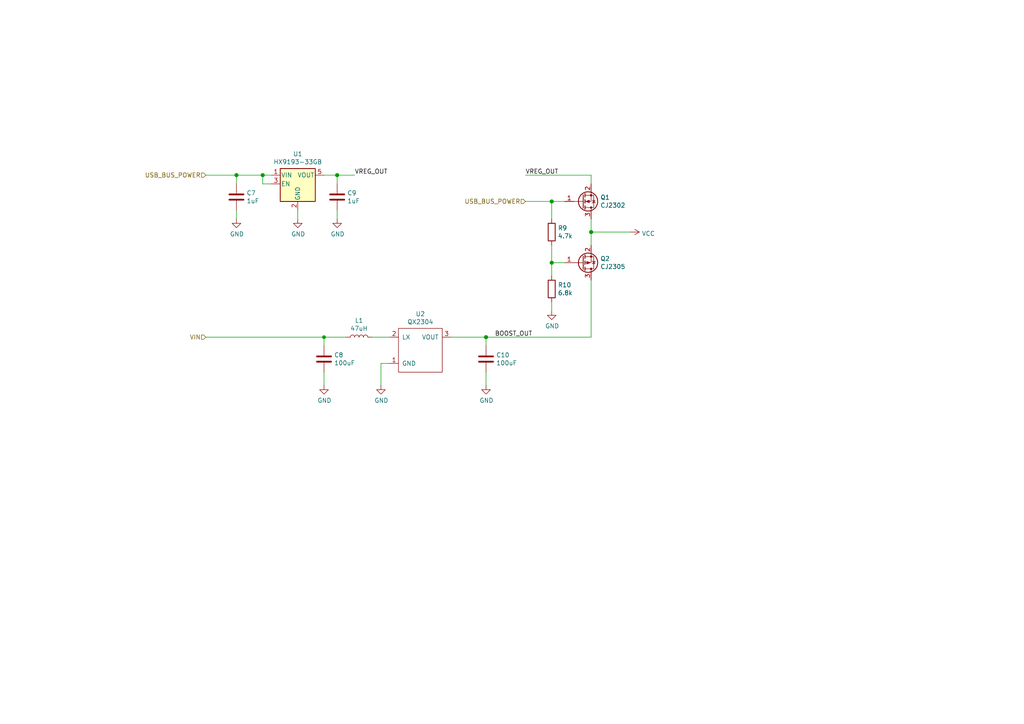
<source format=kicad_sch>
(kicad_sch (version 20241004) (generator "eeschema") (generator_version "8.99")
  (paper "A4")
  (title_block (title "Boost power with switch to USB, reg to 3v3") (date "2024-08-31") (rev "1.0") (comment 1 "CC-BY-SA"))
  (lib_symbols
    (symbol "Regulator_Linear:AP2204K-3.3" (pin_names (offset 0.254))
      (property "Reference" "U" (at -5.08 5.715 0))
      (property "Value" "AP2204K-3.3" (at 0 5.715 0))
      (symbol "AP2204K-3.3_0_1"
        (rectangle (start -5.08 4.445) (end 5.08 -5.08) (stroke (width 0.254)) (fill (type background)))
      )
      (symbol "AP2204K-3.3_1_1"
        (pin power_in line (at -7.62 2.54 0) (length 2.54) (name "VIN") (number "1"))
        (pin input line (at -7.62 0 0) (length 2.54) (name "EN") (number "3"))
        (pin power_in line (at 0 -7.62 90) (length 2.54) (name "GND") (number "2"))
        (pin power_out line (at 7.62 2.54 180) (length 2.54) (name "VOUT") (number "5"))
        (pin no_connect line (at 7.62 0 180) (length 2.54) (hide yes) (name "NC") (number "4"))
      )
    )
    (symbol "Semiconductors:QX2304" (pin_names (offset 1.016))
      (property "Reference" "U" (at 0 1.27 0))
      (property "Value" "QX2304" (at 0 -1.27 0))
      (symbol "QX2304_0_1"
        (rectangle (start -6.35 6.35) (end 6.35 -6.35))
      )
      (symbol "QX2304_1_1"
        (pin power_in line (at -8.89 3.81 0) (length 2.54) (name "LX") (number "2"))
        (pin passive line (at -8.89 -3.81 0) (length 2.54) (name "GND") (number "1"))
        (pin power_out line (at 8.89 3.81 180) (length 2.54) (name "VOUT") (number "3"))
      )
    )
    (symbol "charliedistance-rescue:C-device" (pin_numbers (hide yes)) (pin_names (offset 0.254))
      (property "Reference" "C" (at 0.635 2.54 0))
      (property "Value" "C-device" (at 0.635 -2.54 0))
      (symbol "C-device_0_1"
        (polyline (pts (xy -2.032 0.762) (xy 2.032 0.762)) (stroke (width 0.508)))
        (polyline (pts (xy -2.032 -0.762) (xy 2.032 -0.762)) (stroke (width 0.508)))
      )
      (symbol "C-device_1_1"
        (pin passive line (at 0 3.81 270) (length 2.794) (name "~") (number "1"))
        (pin passive line (at 0 -3.81 90) (length 2.794) (name "~") (number "2"))
      )
    )
    (symbol "charliedistance-rescue:L-device" (pin_numbers (hide yes)) (pin_names (offset 1.016) (hide yes))
      (property "Reference" "L" (at -1.27 0 90))
      (property "Value" "L-device" (at 1.905 0 90))
      (symbol "L-device_0_1"
        (arc (start 0 2.54) (mid 0.6323 1.905) (end 0 1.27))
        (arc (start 0 1.27) (mid 0.6323 0.635) (end 0 0))
        (arc (start 0 0) (mid 0.6323 -0.635) (end 0 -1.27))
        (arc (start 0 -1.27) (mid 0.6323 -1.905) (end 0 -2.54))
      )
      (symbol "L-device_1_1"
        (pin passive line (at 0 3.81 270) (length 1.27) (name "1") (number "1"))
        (pin passive line (at 0 -3.81 90) (length 1.27) (name "2") (number "2"))
      )
    )
    (symbol "charliedistance-rescue:Q_NMOS_GSD-device" (pin_names (offset 0) (hide yes))
      (property "Reference" "Q" (at 5.08 1.27 0))
      (property "Value" "Q_NMOS_GSD-device" (at 5.08 -1.27 0))
      (symbol "Q_NMOS_GSD-device_0_1"
        (polyline (pts (xy 0.254 1.905) (xy 0.254 -1.905)) (stroke (width 0.254)))
        (polyline (pts (xy 0.254 0) (xy -2.54 0)))
        (polyline (pts (xy 0.762 2.286) (xy 0.762 1.27)) (stroke (width 0.254)))
        (polyline (pts (xy 0.762 0.508) (xy 0.762 -0.508)) (stroke (width 0.254)))
        (polyline (pts (xy 0.762 -1.27) (xy 0.762 -2.286)) (stroke (width 0.254)))
        (polyline (pts (xy 0.762 -1.778) (xy 3.302 -1.778) (xy 3.302 1.778) (xy 0.762 1.778)))
        (polyline (pts (xy 1.016 0) (xy 2.032 0.381) (xy 2.032 -0.381) (xy 1.016 0)) (fill (type outline)))
        (circle (center 1.651 0) (radius 2.794) (stroke (width 0.254)))
        (polyline (pts (xy 2.54 2.54) (xy 2.54 1.778)))
        (circle (center 2.54 1.778) (radius 0.254) (fill (type outline)))
        (circle (center 2.54 -1.778) (radius 0.254) (fill (type outline)))
        (polyline (pts (xy 2.54 -2.54) (xy 2.54 0) (xy 0.762 0)))
        (polyline (pts (xy 2.794 0.508) (xy 2.921 0.381) (xy 3.683 0.381) (xy 3.81 0.254)))
        (polyline (pts (xy 3.302 0.381) (xy 2.921 -0.254) (xy 3.683 -0.254) (xy 3.302 0.381)))
      )
      (symbol "Q_NMOS_GSD-device_1_1"
        (pin input line (at -5.08 0 0) (length 2.54) (name "G") (number "1"))
        (pin passive line (at 2.54 5.08 270) (length 2.54) (name "D") (number "3"))
        (pin passive line (at 2.54 -5.08 90) (length 2.54) (name "S") (number "2"))
      )
    )
    (symbol "charliedistance-rescue:Q_PMOS_GSD-device" (pin_names (offset 0) (hide yes))
      (property "Reference" "Q" (at 5.08 1.27 0))
      (property "Value" "Q_PMOS_GSD-device" (at 5.08 -1.27 0))
      (symbol "Q_PMOS_GSD-device_0_1"
        (polyline (pts (xy 0.254 1.905) (xy 0.254 -1.905)) (stroke (width 0.254)))
        (polyline (pts (xy 0.254 0) (xy -2.54 0)))
        (polyline (pts (xy 0.762 2.286) (xy 0.762 1.27)) (stroke (width 0.254)))
        (polyline (pts (xy 0.762 1.778) (xy 3.302 1.778) (xy 3.302 -1.778) (xy 0.762 -1.778)))
        (polyline (pts (xy 0.762 0.508) (xy 0.762 -0.508)) (stroke (width 0.254)))
        (polyline (pts (xy 0.762 -1.27) (xy 0.762 -2.286)) (stroke (width 0.254)))
        (circle (center 1.651 0) (radius 2.794) (stroke (width 0.254)))
        (polyline (pts (xy 2.286 0) (xy 1.27 0.381) (xy 1.27 -0.381) (xy 2.286 0)) (fill (type outline)))
        (polyline (pts (xy 2.54 2.54) (xy 2.54 1.778)))
        (circle (center 2.54 1.778) (radius 0.254) (fill (type outline)))
        (circle (center 2.54 -1.778) (radius 0.254) (fill (type outline)))
        (polyline (pts (xy 2.54 -2.54) (xy 2.54 0) (xy 0.762 0)))
        (polyline (pts (xy 2.794 -0.508) (xy 2.921 -0.381) (xy 3.683 -0.381) (xy 3.81 -0.254)))
        (polyline (pts (xy 3.302 -0.381) (xy 2.921 0.254) (xy 3.683 0.254) (xy 3.302 -0.381)))
      )
      (symbol "Q_PMOS_GSD-device_1_1"
        (pin input line (at -5.08 0 0) (length 2.54) (name "G") (number "1"))
        (pin passive line (at 2.54 5.08 270) (length 2.54) (name "D") (number "3"))
        (pin passive line (at 2.54 -5.08 90) (length 2.54) (name "S") (number "2"))
      )
    )
    (symbol "charliedistance-rescue:R-device" (pin_numbers (hide yes)) (pin_names (offset 0))
      (property "Reference" "R" (at 2.032 0 90))
      (property "Value" "R-device" (at 0 0 90))
      (symbol "R-device_0_1"
        (rectangle (start -1.016 -2.54) (end 1.016 2.54) (stroke (width 0.254)))
      )
      (symbol "R-device_1_1"
        (pin passive line (at 0 3.81 270) (length 1.27) (name "~") (number "1"))
        (pin passive line (at 0 -3.81 90) (length 1.27) (name "~") (number "2"))
      )
    )
    (symbol "power:GND" (power) (pin_names (offset 0))
      (property "Value" "GND" (at 0 -3.81 0))
      (symbol "GND_0_1"
        (polyline (pts (xy 0 0) (xy 0 -1.27) (xy 1.27 -1.27) (xy 0 -2.54) (xy -1.27 -1.27) (xy 0 -1.27)))
      )
      (symbol "GND_1_1"
        (pin power_in line (at 0 0 270) (length 0) (hide yes) (name "GND") (number "1"))
      )
    )
    (symbol "power:VCC" (power) (pin_names (offset 0))
      (property "Value" "VCC" (at 0 3.81 0))
      (symbol "VCC_0_1"
        (polyline (pts (xy -0.762 1.27) (xy 0 2.54)))
        (polyline (pts (xy 0 2.54) (xy 0.762 1.27)))
        (polyline (pts (xy 0 0) (xy 0 2.54)))
      )
      (symbol "VCC_1_1"
        (pin power_in line (at 0 0 90) (length 0) (hide yes) (name "VCC") (number "1"))
      )
    )
  )
  (junction (at 97.79 50.8) (diameter 1.016))
  (junction (at 160.02 76.2) (diameter 1.016))
  (junction (at 160.02 58.42) (diameter 1.016))
  (junction (at 140.97 97.79) (diameter 1.016))
  (junction (at 76.2 50.8) (diameter 1.016))
  (junction (at 68.58 50.8) (diameter 1.016))
  (junction (at 171.45 67.31) (diameter 1.016))
  (junction (at 93.98 97.79))
  (wire (pts (xy 68.58 53.34) (xy 68.58 50.8)))
  (wire (pts (xy 93.98 107.95) (xy 93.98 111.76)))
  (wire (pts (xy 160.02 76.2) (xy 160.02 80.01)))
  (wire (pts (xy 86.36 60.96) (xy 86.36 63.5)))
  (wire (pts (xy 140.97 100.33) (xy 140.97 97.79)))
  (wire (pts (xy 140.97 107.95) (xy 140.97 111.76)))
  (wire (pts (xy 140.97 97.79) (xy 171.45 97.79)))
  (wire (pts (xy 76.2 53.34) (xy 76.2 50.8)))
  (wire (pts (xy 160.02 63.5) (xy 160.02 58.42)))
  (wire (pts (xy 97.79 50.8) (xy 102.87 50.8)))
  (wire (pts (xy 171.45 63.5) (xy 171.45 67.31)))
  (wire (pts (xy 93.98 97.79) (xy 93.98 100.33)))
  (wire (pts (xy 160.02 87.63) (xy 160.02 90.17)))
  (wire (pts (xy 97.79 53.34) (xy 97.79 50.8)))
  (wire (pts (xy 78.74 53.34) (xy 76.2 53.34)))
  (wire (pts (xy 68.58 50.8) (xy 59.69 50.8)))
  (wire (pts (xy 113.03 97.79) (xy 107.95 97.79)))
  (wire (pts (xy 163.83 76.2) (xy 160.02 76.2)))
  (wire (pts (xy 100.33 97.79) (xy 93.98 97.79)))
  (wire (pts (xy 110.49 105.41) (xy 110.49 111.76)))
  (wire (pts (xy 171.45 53.34) (xy 171.45 50.8)))
  (wire (pts (xy 163.83 58.42) (xy 160.02 58.42)))
  (wire (pts (xy 160.02 58.42) (xy 152.4 58.42)))
  (wire (pts (xy 171.45 67.31) (xy 182.88 67.31)))
  (wire (pts (xy 160.02 71.12) (xy 160.02 76.2)))
  (wire (pts (xy 113.03 105.41) (xy 110.49 105.41)))
  (wire (pts (xy 68.58 60.96) (xy 68.58 63.5)))
  (wire (pts (xy 93.98 50.8) (xy 97.79 50.8)))
  (wire (pts (xy 78.74 50.8) (xy 76.2 50.8)))
  (wire (pts (xy 97.79 60.96) (xy 97.79 63.5)))
  (wire (pts (xy 76.2 50.8) (xy 68.58 50.8)))
  (wire (pts (xy 171.45 50.8) (xy 152.4 50.8)))
  (wire (pts (xy 171.45 81.28) (xy 171.45 97.79)))
  (wire (pts (xy 171.45 67.31) (xy 171.45 71.12)))
  (wire (pts (xy 59.69 97.79) (xy 93.98 97.79)))
  (wire (pts (xy 130.81 97.79) (xy 140.97 97.79)))
  (label "VREG_OUT" (at 152.4 50.8 0))
  (label "BOOST_OUT" (at 143.51 97.79 0))
  (label "VREG_OUT" (at 102.87 50.8 0))
  (hierarchical_label "USB_BUS_POWER" (shape input) (at 59.69 50.8 180))
  (hierarchical_label "VIN" (shape input) (at 59.69 97.79 180))
  (hierarchical_label "USB_BUS_POWER" (shape input) (at 152.4 58.42 180))
  (symbol (lib_id "power:GND") (at 160.02 90.17 0) (unit 1)
    (property "Reference" "#PWR017" (effects (hide yes)))
    (property "Value" "GND" (at 160.147 94.5642 0))
  )
  (symbol (lib_id "charliedistance-rescue:Q_PMOS_GSD-device") (at 168.91 76.2 0) (mirror x) (unit 1)
    (property "Reference" "Q2" (at 174.117 75.0316 0) (effects (justify left)))
    (property "Value" "CJ2305" (at 174.117 77.343 0) (effects (justify left)))
    (property "Footprint" "Package_TO_SOT_SMD:SOT-23" (effects (hide yes)))
  )
  (symbol (lib_id "charliedistance-rescue:L-device") (at 104.14 97.79 90) (unit 1)
    (property "Reference" "L1" (at 104.14 92.964 90))
    (property "Value" "47uH" (at 104.14 95.2754 90))
    (property "Footprint" "Inductor_SMD:L_1210_3225Metric" (effects (hide yes)))
  )
  (symbol (lib_id "power:GND") (at 140.97 111.76 0) (unit 1)
    (property "Reference" "#PWR016" (effects (hide yes)))
    (property "Value" "GND" (at 141.097 116.1542 0))
  )
  (symbol (lib_id "charliedistance-rescue:C-device") (at 68.58 57.15 0) (unit 1)
    (property "Reference" "C7" (at 71.501 55.9816 0) (effects (justify left)))
    (property "Value" "1uF" (at 71.501 58.293 0) (effects (justify left)))
    (property "Footprint" "Capacitor_SMD:C_0603_1608Metric" (effects (hide yes)))
  )
  (symbol (lib_id "charliedistance-rescue:Q_NMOS_GSD-device") (at 168.91 58.42 0) (mirror x) (unit 1)
    (property "Reference" "Q1" (at 174.117 57.2516 0) (effects (justify left)))
    (property "Value" "CJ2302" (at 174.117 59.563 0) (effects (justify left)))
    (property "Footprint" "Package_TO_SOT_SMD:SOT-23" (effects (hide yes)))
  )
  (symbol (lib_id "power:GND") (at 68.58 63.5 0) (unit 1)
    (property "Reference" "#PWR011" (effects (hide yes)))
    (property "Value" "GND" (at 68.707 67.8942 0))
  )
  (symbol (lib_id "charliedistance-rescue:C-device") (at 97.79 57.15 0) (unit 1)
    (property "Reference" "C9" (at 100.711 55.9816 0) (effects (justify left)))
    (property "Value" "1uF" (at 100.711 58.293 0) (effects (justify left)))
    (property "Footprint" "Capacitor_SMD:C_0603_1608Metric" (effects (hide yes)))
  )
  (symbol (lib_id "Semiconductors:QX2304") (at 121.92 101.6 0) (unit 1)
    (property "Reference" "U2" (at 121.92 91.059 0))
    (property "Value" "QX2304" (at 121.92 93.3704 0))
    (property "Footprint" "Package_TO_SOT_SMD:SOT-23" (effects (hide yes)))
  )
  (symbol (lib_id "Regulator_Linear:AP2204K-3.3") (at 86.36 53.34 0) (unit 1)
    (property "Reference" "U1" (at 86.36 44.6532 0))
    (property "Value" "HX9193-33GB" (at 86.36 46.9646 0))
    (property "Footprint" "Package_TO_SOT_SMD:SOT-23-5" (effects (hide yes)))
    (property "Datasheet" "https://datasheet.lcsc.com/szlcsc/1811131153_HX-hengjiaxing-HX9193-33GB_C296123.pdf" (effects (hide yes)))
  )
  (symbol (lib_id "power:GND") (at 86.36 63.5 0) (unit 1)
    (property "Reference" "#PWR012" (effects (hide yes)))
    (property "Value" "GND" (at 86.487 67.8942 0))
  )
  (symbol (lib_id "power:GND") (at 93.98 111.76 0) (unit 1)
    (property "Reference" "#PWR013" (effects (hide yes)))
    (property "Value" "GND" (at 94.107 116.1542 0))
  )
  (symbol (lib_id "charliedistance-rescue:R-device") (at 160.02 83.82 0) (unit 1)
    (property "Reference" "R10" (at 161.798 82.6516 0) (effects (justify left)))
    (property "Value" "6.8k" (at 161.798 84.963 0) (effects (justify left)))
    (property "Footprint" "Resistor_SMD:R_0603_1608Metric" (effects (hide yes)))
  )
  (symbol (lib_id "charliedistance-rescue:C-device") (at 140.97 104.14 0) (unit 1)
    (property "Reference" "C10" (at 143.891 102.9716 0) (effects (justify left)))
    (property "Value" "100uF" (at 143.891 105.283 0) (effects (justify left)))
    (property "Footprint" "Capacitor_SMD:C_1206_3216Metric" (effects (hide yes)))
  )
  (symbol (lib_id "power:GND") (at 97.79 63.5 0) (unit 1)
    (property "Reference" "#PWR014" (effects (hide yes)))
    (property "Value" "GND" (at 97.917 67.8942 0))
  )
  (symbol (lib_id "power:GND") (at 110.49 111.76 0) (unit 1)
    (property "Reference" "#PWR015" (effects (hide yes)))
    (property "Value" "GND" (at 110.617 116.1542 0))
  )
  (symbol (lib_id "power:VCC") (at 182.88 67.31 270) (unit 1)
    (property "Reference" "#PWR018" (effects (hide yes)))
    (property "Value" "VCC" (at 186.1312 67.7418 90) (effects (justify left)))
  )
  (symbol (lib_id "charliedistance-rescue:R-device") (at 160.02 67.31 0) (unit 1)
    (property "Reference" "R9" (at 161.798 66.1416 0) (effects (justify left)))
    (property "Value" "4.7k" (at 161.798 68.453 0) (effects (justify left)))
    (property "Footprint" "Resistor_SMD:R_0603_1608Metric" (effects (hide yes)))
  )
  (symbol (lib_id "charliedistance-rescue:C-device") (at 93.98 104.14 0) (unit 1)
    (property "Reference" "C8" (at 96.901 102.9716 0) (effects (justify left)))
    (property "Value" "100uF" (at 96.901 105.283 0) (effects (justify left)))
    (property "Footprint" "Capacitor_SMD:C_1206_3216Metric" (effects (hide yes)))
  )
)
</source>
